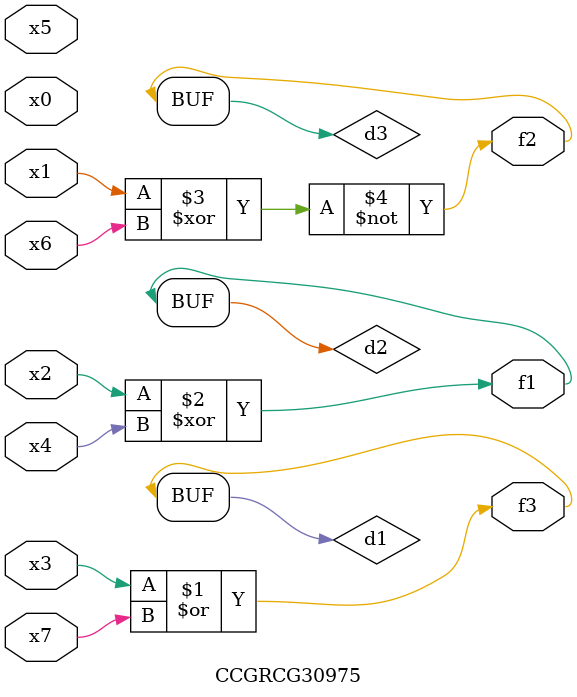
<source format=v>
module CCGRCG30975(
	input x0, x1, x2, x3, x4, x5, x6, x7,
	output f1, f2, f3
);

	wire d1, d2, d3;

	or (d1, x3, x7);
	xor (d2, x2, x4);
	xnor (d3, x1, x6);
	assign f1 = d2;
	assign f2 = d3;
	assign f3 = d1;
endmodule

</source>
